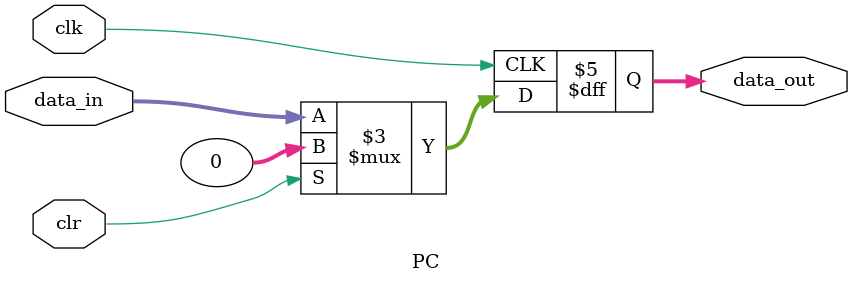
<source format=sv>
module PC(clk,clr,data_in,data_out);
input clk, clr;
input [31:0] data_in;
output logic [31:0] data_out;


always_ff @(posedge clk) begin
	if(clr)
		data_out <= 0;
		  else 
            data_out <= data_in;
				 
end



endmodule 
</source>
